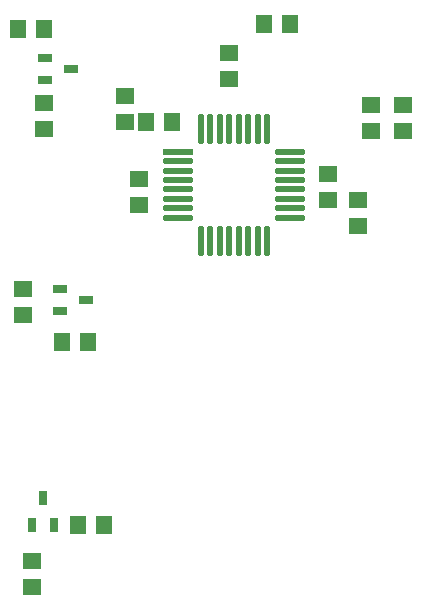
<source format=gtp>
%FSTAX24Y24*%
%MOIN*%
%SFA1B1*%

%IPPOS*%
%ADD43R,0.063055X0.055181*%
%ADD44O,0.021716X0.102425*%
%ADD45O,0.102425X0.021716*%
%ADD46R,0.102425X0.021716*%
%ADD47R,0.055181X0.063055*%
%ADD48R,0.027622X0.049275*%
%ADD49R,0.049275X0.027622*%
%LNpcb-1*%
%LPD*%
G54D43*
X0381Y035333D03*
Y0362D03*
X0371Y036183D03*
Y03705D03*
X03035Y039666D03*
Y0388D03*
X0338Y040233D03*
Y0411D03*
X0396Y039366D03*
Y0385D03*
X0308Y0369D03*
Y036033D03*
X03855Y039366D03*
Y0385D03*
X02765Y039416D03*
Y03855D03*
X02695Y033224D03*
Y032357D03*
X02725Y02415D03*
Y023283D03*
G54D44*
X032867Y038567D03*
X033182D03*
X033497D03*
X033812D03*
X034127D03*
X034442D03*
X034757D03*
X035072D03*
Y034827D03*
X034757D03*
X034442D03*
X034127D03*
X033812D03*
X033497D03*
X033182D03*
X032867D03*
G54D45*
X03584Y0378D03*
Y037485D03*
Y03717D03*
Y036855D03*
Y03654D03*
Y036225D03*
Y03591D03*
Y035595D03*
X0321D03*
Y03591D03*
Y036225D03*
Y03654D03*
Y036855D03*
Y03717D03*
Y037485D03*
G54D46*
X0321Y0378D03*
G54D47*
X031033Y0388D03*
X0319D03*
X028233Y03145D03*
X0291D03*
X028783Y02535D03*
X02965D03*
X03585Y04205D03*
X034983D03*
X02765Y0419D03*
X026783D03*
G54D48*
X027225Y025357D03*
X027974D03*
X0276Y026242D03*
G54D49*
X027657Y040924D03*
Y040175D03*
X028542Y04055D03*
X028157Y033224D03*
Y032475D03*
X029042Y03285D03*
M02*
</source>
